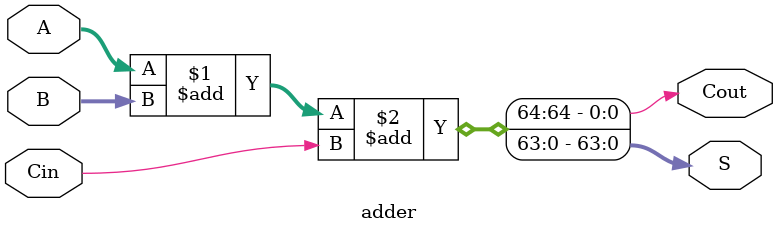
<source format=v>
module adder(A, B, Cin, S, Cout);
	parameter n=64;
	input [n-1:0] A;
	input [n-1:0] B;
	input Cin;
	output [n-1:0] S;
	output Cout;

	assign {Cout, S} = A + B + Cin;
endmodule

</source>
